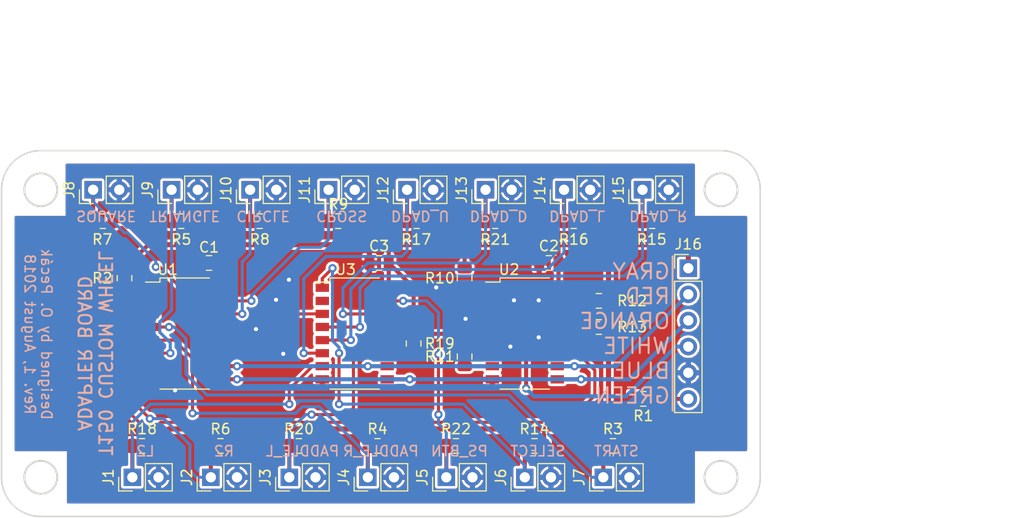
<source format=kicad_pcb>
(kicad_pcb (version 20171130) (host pcbnew "(5.0.0)")
  (layers (0 F.Cu signal) (31 B.Cu signal) (34 B.Paste user) (35 F.Paste user) (36 B.SilkS user) (37 F.SilkS user) (38 B.Mask user) (39 F.Mask user) (44 Edge.Cuts user))
  (net 0 "")
  (net 1 "Net-(R13-Pad1)")
  (net 2 VDD)
  (net 3 R2)
  (net 4 TRIANGLE)
  (net 5 RIGHT_PADDLE)
  (net 6 START)
  (net 7 "Net-(R2-Pad1)")
  (net 8 "Net-(J16-Pad6)")
  (net 9 GND)
  (net 10 SQUARE)
  (net 11 CIRCLE)
  (net 12 CROSS)
  (net 13 "Net-(R10-Pad1)")
  (net 14 "Net-(R11-Pad1)")
  (net 15 "Net-(R12-Pad1)")
  (net 16 SELECT)
  (net 17 DPAD_RIGHT)
  (net 18 DPAD_LEFT)
  (net 19 DPAD_UP)
  (net 20 L2)
  (net 21 "Net-(R19-Pad1)")
  (net 22 LEFT_PADDLE)
  (net 23 DPAD_DOWN)
  (net 24 PS_BUTTON)
  (net 25 "Net-(U3-Pad2)")
  (net 26 "Net-(U1-Pad11)")
  (net 27 D2_LINE)
  (net 28 D1_LINE)
  (net 29 "Net-(U3-Pad12)")
  (net 30 "Net-(U1-Pad12)")
  (net 31 "Net-(U1-Pad3)")
  (net 32 "Net-(U1-Pad2)")
  (net 33 "Net-(U2-Pad2)")
  (net 34 D3_LINE)
  (net 35 "Net-(U2-Pad12)")
  (module Connector_PinHeader_2.54mm:PinHeader_1x06_P2.54mm_Vertical (layer F.Cu) (at 212.725 43.18)
    (fp_text reference J16 (at 0 -2.33) (layer F.SilkS))
    (fp_text value BASE_CON)
    (pad 1 thru_hole rect (at 0 0) (size 1.7 1.7) (drill 1) (layers *.Cu *.Mask) (net 2 VDD))
    (pad 2 thru_hole oval (at 0 2.54) (size 1.7 1.7) (drill 1) (layers *.Cu *.Mask) (net 28 D1_LINE))
    (pad 3 thru_hole oval (at 0 5.08) (size 1.7 1.7) (drill 1) (layers *.Cu *.Mask) (net 27 D2_LINE))
    (pad 4 thru_hole oval (at 0 7.62) (size 1.7 1.7) (drill 1) (layers *.Cu *.Mask) (net 34 D3_LINE))
    (pad 5 thru_hole oval (at 0 10.16) (size 1.7 1.7) (drill 1) (layers *.Cu *.Mask) (net 9 GND))
    (pad 6 thru_hole oval (at 0 12.7) (size 1.7 1.7) (drill 1) (layers *.Cu *.Mask) (net 8 "Net-(J16-Pad6)"))
  )
  (module Resistor_SMD:R_0805_2012Metric (layer F.Cu) (at 209.2175 38.608)
    (fp_text reference R15 (at -0.0485 1.778) (layer F.SilkS))
    (fp_text value 100K)
    (pad 1 smd roundrect (at -0.9375 0) (size 0.975 1.4) (layers F.Cu F.Paste F.Mask) (net 17 DPAD_RIGHT))
    (pad 2 smd roundrect (at 0.9375 0) (size 0.975 1.4) (layers F.Cu F.Paste F.Mask) (net 2 VDD))
  )
  (module Package_SO:SOP-16_4.4x10.4mm_P1.27mm (layer F.Cu) (at 163.83 49.53)
    (fp_text reference U1 (at -1.651 -6.223) (layer F.SilkS))
    (fp_text value HEF4021B)
    (pad 16 smd rect (at 3.15 -4.45) (size 1.3 0.8) (layers F.Cu F.Paste F.Mask) (net 2 VDD))
    (pad 15 smd rect (at 3.15 -3.17) (size 1.3 0.8) (layers F.Cu F.Paste F.Mask) (net 12 CROSS))
    (pad 14 smd rect (at 3.15 -1.91) (size 1.3 0.8) (layers F.Cu F.Paste F.Mask) (net 11 CIRCLE))
    (pad 13 smd rect (at 3.15 -0.64) (size 1.3 0.8) (layers F.Cu F.Paste F.Mask) (net 10 SQUARE))
    (pad 12 smd rect (at 3.15 0.64) (size 1.3 0.8) (layers F.Cu F.Paste F.Mask) (net 30 "Net-(U1-Pad12)"))
    (pad 11 smd rect (at 3.15 1.91) (size 1.3 0.8) (layers F.Cu F.Paste F.Mask) (net 26 "Net-(U1-Pad11)"))
    (pad 10 smd rect (at 3.15 3.17) (size 1.3 0.8) (layers F.Cu F.Paste F.Mask) (net 28 D1_LINE))
    (pad 9 smd rect (at 3.15 4.45) (size 1.3 0.8) (layers F.Cu F.Paste F.Mask) (net 27 D2_LINE))
    (pad 8 smd rect (at -3.15 4.45) (size 1.3 0.8) (layers F.Cu F.Paste F.Mask) (net 9 GND))
    (pad 7 smd rect (at -3.15 3.17) (size 1.3 0.8) (layers F.Cu F.Paste F.Mask) (net 3 R2))
    (pad 6 smd rect (at -3.15 1.91) (size 1.3 0.8) (layers F.Cu F.Paste F.Mask) (net 4 TRIANGLE))
    (pad 5 smd rect (at -3.15 0.64) (size 1.3 0.8) (layers F.Cu F.Paste F.Mask) (net 5 RIGHT_PADDLE))
    (pad 4 smd rect (at -3.15 -0.64) (size 1.3 0.8) (layers F.Cu F.Paste F.Mask) (net 6 START))
    (pad 3 smd rect (at -3.15 -1.91) (size 1.3 0.8) (layers F.Cu F.Paste F.Mask) (net 31 "Net-(U1-Pad3)"))
    (pad 2 smd rect (at -3.15 -3.17) (size 1.3 0.8) (layers F.Cu F.Paste F.Mask) (net 32 "Net-(U1-Pad2)"))
    (pad 1 smd rect (at -3.15 -4.45) (size 1.3 0.8) (layers F.Cu F.Paste F.Mask) (net 7 "Net-(R2-Pad1)"))
  )
  (module Capacitor_SMD:C_0805_2012Metric (layer F.Cu) (at 166.1945 42.672 180)
    (fp_text reference C1 (at 0 1.524 180) (layer F.SilkS))
    (fp_text value 100nF)
    (pad 1 smd roundrect (at -0.9375 0 180) (size 0.975 1.4) (layers F.Cu F.Paste F.Mask) (net 2 VDD))
    (pad 2 smd roundrect (at 0.9375 0 180) (size 0.975 1.4) (layers F.Cu F.Paste F.Mask) (net 9 GND))
  )
  (module Capacitor_SMD:C_0805_2012Metric (layer F.Cu) (at 199.1845 42.672 180)
    (fp_text reference C2 (at 0 1.651 180) (layer F.SilkS))
    (fp_text value 100nF)
    (pad 2 smd roundrect (at 0.9375 0 180) (size 0.975 1.4) (layers F.Cu F.Paste F.Mask) (net 9 GND))
    (pad 1 smd roundrect (at -0.9375 0 180) (size 0.975 1.4) (layers F.Cu F.Paste F.Mask) (net 2 VDD))
  )
  (module Capacitor_SMD:C_0805_2012Metric (layer F.Cu) (at 182.7045 42.672 180)
    (fp_text reference C3 (at 0 1.651 180) (layer F.SilkS))
    (fp_text value 100nF)
    (pad 1 smd roundrect (at -0.9375 0 180) (size 0.975 1.4) (layers F.Cu F.Paste F.Mask) (net 2 VDD))
    (pad 2 smd roundrect (at 0.9375 0 180) (size 0.975 1.4) (layers F.Cu F.Paste F.Mask) (net 9 GND))
  )
  (module Connector_PinHeader_2.54mm:PinHeader_1x02_P2.54mm_Vertical (layer F.Cu) (at 154.94 35.56 90)
    (fp_text reference J8 (at 0 -2.33 90) (layer F.SilkS))
    (fp_text value Conn_01x02)
    (pad 1 thru_hole rect (at 0 0 90) (size 1.7 1.7) (drill 1) (layers *.Cu *.Mask) (net 10 SQUARE))
    (pad 2 thru_hole oval (at 0 2.54 90) (size 1.7 1.7) (drill 1) (layers *.Cu *.Mask) (net 9 GND))
  )
  (module Connector_PinHeader_2.54mm:PinHeader_1x02_P2.54mm_Vertical (layer F.Cu) (at 200.66 35.56 90)
    (fp_text reference J14 (at 0 -2.33 90) (layer F.SilkS))
    (fp_text value Conn_01x02)
    (pad 2 thru_hole oval (at 0 2.54 90) (size 1.7 1.7) (drill 1) (layers *.Cu *.Mask) (net 9 GND))
    (pad 1 thru_hole rect (at 0 0 90) (size 1.7 1.7) (drill 1) (layers *.Cu *.Mask) (net 18 DPAD_LEFT))
  )
  (module Connector_PinHeader_2.54mm:PinHeader_1x02_P2.54mm_Vertical (layer F.Cu) (at 193.04 35.56 90)
    (fp_text reference J13 (at 0 -2.33 90) (layer F.SilkS))
    (fp_text value Conn_01x02)
    (pad 1 thru_hole rect (at 0 0 90) (size 1.7 1.7) (drill 1) (layers *.Cu *.Mask) (net 23 DPAD_DOWN))
    (pad 2 thru_hole oval (at 0 2.54 90) (size 1.7 1.7) (drill 1) (layers *.Cu *.Mask) (net 9 GND))
  )
  (module Connector_PinHeader_2.54mm:PinHeader_1x02_P2.54mm_Vertical (layer F.Cu) (at 185.42 35.56 90)
    (fp_text reference J12 (at 0 -2.33 90) (layer F.SilkS))
    (fp_text value Conn_01x02)
    (pad 2 thru_hole oval (at 0 2.54 90) (size 1.7 1.7) (drill 1) (layers *.Cu *.Mask) (net 9 GND))
    (pad 1 thru_hole rect (at 0 0 90) (size 1.7 1.7) (drill 1) (layers *.Cu *.Mask) (net 19 DPAD_UP))
  )
  (module Connector_PinHeader_2.54mm:PinHeader_1x02_P2.54mm_Vertical (layer F.Cu) (at 177.8 35.56 90)
    (fp_text reference J11 (at 0 -2.33 90) (layer F.SilkS))
    (fp_text value Conn_01x02)
    (pad 1 thru_hole rect (at 0 0 90) (size 1.7 1.7) (drill 1) (layers *.Cu *.Mask) (net 12 CROSS))
    (pad 2 thru_hole oval (at 0 2.54 90) (size 1.7 1.7) (drill 1) (layers *.Cu *.Mask) (net 9 GND))
  )
  (module Connector_PinHeader_2.54mm:PinHeader_1x02_P2.54mm_Vertical (layer F.Cu) (at 170.18 35.56 90)
    (fp_text reference J10 (at 0 -2.33 90) (layer F.SilkS))
    (fp_text value Conn_01x02)
    (pad 2 thru_hole oval (at 0 2.54 90) (size 1.7 1.7) (drill 1) (layers *.Cu *.Mask) (net 9 GND))
    (pad 1 thru_hole rect (at 0 0 90) (size 1.7 1.7) (drill 1) (layers *.Cu *.Mask) (net 11 CIRCLE))
  )
  (module Connector_PinHeader_2.54mm:PinHeader_1x02_P2.54mm_Vertical (layer F.Cu) (at 162.56 35.56 90)
    (fp_text reference J9 (at 0 -2.33 90) (layer F.SilkS))
    (fp_text value Conn_01x02)
    (pad 1 thru_hole rect (at 0 0 90) (size 1.7 1.7) (drill 1) (layers *.Cu *.Mask) (net 4 TRIANGLE))
    (pad 2 thru_hole oval (at 0 2.54 90) (size 1.7 1.7) (drill 1) (layers *.Cu *.Mask) (net 9 GND))
  )
  (module Connector_PinHeader_2.54mm:PinHeader_1x02_P2.54mm_Vertical (layer F.Cu) (at 204.47 63.5 90)
    (fp_text reference J7 (at 0 -2.33 90) (layer F.SilkS))
    (fp_text value Conn_01x02)
    (pad 2 thru_hole oval (at 0 2.54 90) (size 1.7 1.7) (drill 1) (layers *.Cu *.Mask) (net 9 GND))
    (pad 1 thru_hole rect (at 0 0 90) (size 1.7 1.7) (drill 1) (layers *.Cu *.Mask) (net 6 START))
  )
  (module Connector_PinHeader_2.54mm:PinHeader_1x02_P2.54mm_Vertical (layer F.Cu) (at 189.23 63.5 90)
    (fp_text reference J5 (at 0 -2.33 90) (layer F.SilkS))
    (fp_text value Conn_01x02)
    (pad 1 thru_hole rect (at 0 0 90) (size 1.7 1.7) (drill 1) (layers *.Cu *.Mask) (net 24 PS_BUTTON))
    (pad 2 thru_hole oval (at 0 2.54 90) (size 1.7 1.7) (drill 1) (layers *.Cu *.Mask) (net 9 GND))
  )
  (module Connector_PinHeader_2.54mm:PinHeader_1x02_P2.54mm_Vertical (layer F.Cu) (at 181.61 63.5 90)
    (fp_text reference J4 (at 0 -2.33 90) (layer F.SilkS))
    (fp_text value Conn_01x02)
    (pad 2 thru_hole oval (at 0 2.54 90) (size 1.7 1.7) (drill 1) (layers *.Cu *.Mask) (net 9 GND))
    (pad 1 thru_hole rect (at 0 0 90) (size 1.7 1.7) (drill 1) (layers *.Cu *.Mask) (net 5 RIGHT_PADDLE))
  )
  (module Connector_PinHeader_2.54mm:PinHeader_1x02_P2.54mm_Vertical (layer F.Cu) (at 173.99 63.5 90)
    (fp_text reference J3 (at 0 -2.33 90) (layer F.SilkS))
    (fp_text value Conn_01x02)
    (pad 1 thru_hole rect (at 0 0 90) (size 1.7 1.7) (drill 1) (layers *.Cu *.Mask) (net 22 LEFT_PADDLE))
    (pad 2 thru_hole oval (at 0 2.54 90) (size 1.7 1.7) (drill 1) (layers *.Cu *.Mask) (net 9 GND))
  )
  (module Connector_PinHeader_2.54mm:PinHeader_1x02_P2.54mm_Vertical (layer F.Cu) (at 166.37 63.5 90)
    (fp_text reference J2 (at 0 -2.33 90) (layer F.SilkS))
    (fp_text value Conn_01x02)
    (pad 2 thru_hole oval (at 0 2.54 90) (size 1.7 1.7) (drill 1) (layers *.Cu *.Mask) (net 9 GND))
    (pad 1 thru_hole rect (at 0 0 90) (size 1.7 1.7) (drill 1) (layers *.Cu *.Mask) (net 3 R2))
  )
  (module Connector_PinHeader_2.54mm:PinHeader_1x02_P2.54mm_Vertical (layer F.Cu) (at 158.75 63.5 90)
    (fp_text reference J1 (at 0 -2.33 90) (layer F.SilkS))
    (fp_text value Conn_01x02)
    (pad 1 thru_hole rect (at 0 0 90) (size 1.7 1.7) (drill 1) (layers *.Cu *.Mask) (net 20 L2))
    (pad 2 thru_hole oval (at 0 2.54 90) (size 1.7 1.7) (drill 1) (layers *.Cu *.Mask) (net 9 GND))
  )
  (module Connector_PinHeader_2.54mm:PinHeader_1x02_P2.54mm_Vertical (layer F.Cu) (at 208.28 35.56 90)
    (fp_text reference J15 (at 0 -2.33 90) (layer F.SilkS))
    (fp_text value Conn_01x02)
    (pad 2 thru_hole oval (at 0 2.54 90) (size 1.7 1.7) (drill 1) (layers *.Cu *.Mask) (net 9 GND))
    (pad 1 thru_hole rect (at 0 0 90) (size 1.7 1.7) (drill 1) (layers *.Cu *.Mask) (net 17 DPAD_RIGHT))
  )
  (module Connector_PinHeader_2.54mm:PinHeader_1x02_P2.54mm_Vertical (layer F.Cu) (at 196.85 63.5 90)
    (fp_text reference J6 (at 0 -2.33 90) (layer F.SilkS))
    (fp_text value Conn_01x02)
    (pad 1 thru_hole rect (at 0 0 90) (size 1.7 1.7) (drill 1) (layers *.Cu *.Mask) (net 16 SELECT))
    (pad 2 thru_hole oval (at 0 2.54 90) (size 1.7 1.7) (drill 1) (layers *.Cu *.Mask) (net 9 GND))
  )
  (module Package_SO:SOP-16_4.4x10.4mm_P1.27mm (layer F.Cu) (at 196.85 49.53)
    (fp_text reference U2 (at -1.524 -6.223) (layer F.SilkS))
    (fp_text value HEF4021B)
    (pad 1 smd rect (at -3.15 -4.45) (size 1.3 0.8) (layers F.Cu F.Paste F.Mask) (net 13 "Net-(R10-Pad1)"))
    (pad 2 smd rect (at -3.15 -3.17) (size 1.3 0.8) (layers F.Cu F.Paste F.Mask) (net 33 "Net-(U2-Pad2)"))
    (pad 3 smd rect (at -3.15 -1.91) (size 1.3 0.8) (layers F.Cu F.Paste F.Mask) (net 34 D3_LINE))
    (pad 4 smd rect (at -3.15 -0.64) (size 1.3 0.8) (layers F.Cu F.Paste F.Mask) (net 9 GND))
    (pad 5 smd rect (at -3.15 0.64) (size 1.3 0.8) (layers F.Cu F.Paste F.Mask) (net 9 GND))
    (pad 6 smd rect (at -3.15 1.91) (size 1.3 0.8) (layers F.Cu F.Paste F.Mask) (net 9 GND))
    (pad 7 smd rect (at -3.15 3.17) (size 1.3 0.8) (layers F.Cu F.Paste F.Mask) (net 14 "Net-(R11-Pad1)"))
    (pad 8 smd rect (at -3.15 4.45) (size 1.3 0.8) (layers F.Cu F.Paste F.Mask) (net 9 GND))
    (pad 9 smd rect (at 3.15 4.45) (size 1.3 0.8) (layers F.Cu F.Paste F.Mask) (net 27 D2_LINE))
    (pad 10 smd rect (at 3.15 3.17) (size 1.3 0.8) (layers F.Cu F.Paste F.Mask) (net 28 D1_LINE))
    (pad 11 smd rect (at 3.15 1.91) (size 1.3 0.8) (layers F.Cu F.Paste F.Mask) (net 31 "Net-(U1-Pad3)"))
    (pad 12 smd rect (at 3.15 0.64) (size 1.3 0.8) (layers F.Cu F.Paste F.Mask) (net 35 "Net-(U2-Pad12)"))
    (pad 13 smd rect (at 3.15 -0.64) (size 1.3 0.8) (layers F.Cu F.Paste F.Mask) (net 1 "Net-(R13-Pad1)"))
    (pad 14 smd rect (at 3.15 -1.91) (size 1.3 0.8) (layers F.Cu F.Paste F.Mask) (net 9 GND))
    (pad 15 smd rect (at 3.15 -3.17) (size 1.3 0.8) (layers F.Cu F.Paste F.Mask) (net 15 "Net-(R12-Pad1)"))
    (pad 16 smd rect (at 3.15 -4.45) (size 1.3 0.8) (layers F.Cu F.Paste F.Mask) (net 2 VDD))
  )
  (module Package_SO:SOP-16_4.4x10.4mm_P1.27mm (layer F.Cu) (at 180.34 49.53)
    (fp_text reference U3 (at -0.889 -6.223) (layer F.SilkS))
    (fp_text value HEF4021B)
    (pad 1 smd rect (at -3.15 -4.45) (size 1.3 0.8) (layers F.Cu F.Paste F.Mask) (net 16 SELECT))
    (pad 2 smd rect (at -3.15 -3.17) (size 1.3 0.8) (layers F.Cu F.Paste F.Mask) (net 25 "Net-(U3-Pad2)"))
    (pad 3 smd rect (at -3.15 -1.91) (size 1.3 0.8) (layers F.Cu F.Paste F.Mask) (net 26 "Net-(U1-Pad11)"))
    (pad 4 smd rect (at -3.15 -0.64) (size 1.3 0.8) (layers F.Cu F.Paste F.Mask) (net 17 DPAD_RIGHT))
    (pad 5 smd rect (at -3.15 0.64) (size 1.3 0.8) (layers F.Cu F.Paste F.Mask) (net 18 DPAD_LEFT))
    (pad 6 smd rect (at -3.15 1.91) (size 1.3 0.8) (layers F.Cu F.Paste F.Mask) (net 19 DPAD_UP))
    (pad 7 smd rect (at -3.15 3.17) (size 1.3 0.8) (layers F.Cu F.Paste F.Mask) (net 20 L2))
    (pad 8 smd rect (at -3.15 4.45) (size 1.3 0.8) (layers F.Cu F.Paste F.Mask) (net 9 GND))
    (pad 9 smd rect (at 3.15 4.45) (size 1.3 0.8) (layers F.Cu F.Paste F.Mask) (net 27 D2_LINE))
    (pad 10 smd rect (at 3.15 3.17) (size 1.3 0.8) (layers F.Cu F.Paste F.Mask) (net 28 D1_LINE))
    (pad 11 smd rect (at 3.15 1.91) (size 1.3 0.8) (layers F.Cu F.Paste F.Mask) (net 21 "Net-(R19-Pad1)"))
    (pad 12 smd rect (at 3.15 0.64) (size 1.3 0.8) (layers F.Cu F.Paste F.Mask) (net 29 "Net-(U3-Pad12)"))
    (pad 13 smd rect (at 3.15 -0.64) (size 1.3 0.8) (layers F.Cu F.Paste F.Mask) (net 22 LEFT_PADDLE))
    (pad 14 smd rect (at 3.15 -1.91) (size 1.3 0.8) (layers F.Cu F.Paste F.Mask) (net 23 DPAD_DOWN))
    (pad 15 smd rect (at 3.15 -3.17) (size 1.3 0.8) (layers F.Cu F.Paste F.Mask) (net 24 PS_BUTTON))
    (pad 16 smd rect (at 3.15 -4.45) (size 1.3 0.8) (layers F.Cu F.Paste F.Mask) (net 2 VDD))
  )
  (module Resistor_SMD:R_0805_2012Metric (layer F.Cu) (at 190.1675 60.452)
    (fp_text reference R22 (at 0 -1.65) (layer F.SilkS))
    (fp_text value 100K)
    (pad 2 smd roundrect (at 0.9375 0) (size 0.975 1.4) (layers F.Cu F.Paste F.Mask) (net 2 VDD))
    (pad 1 smd roundrect (at -0.9375 0) (size 0.975 1.4) (layers F.Cu F.Paste F.Mask) (net 24 PS_BUTTON))
  )
  (module Resistor_SMD:R_0805_2012Metric (layer F.Cu) (at 193.9775 38.608)
    (fp_text reference R21 (at 0 1.778) (layer F.SilkS))
    (fp_text value 100K)
    (pad 1 smd roundrect (at -0.9375 0) (size 0.975 1.4) (layers F.Cu F.Paste F.Mask) (net 23 DPAD_DOWN))
    (pad 2 smd roundrect (at 0.9375 0) (size 0.975 1.4) (layers F.Cu F.Paste F.Mask) (net 2 VDD))
  )
  (module Resistor_SMD:R_0805_2012Metric (layer F.Cu) (at 174.9275 60.452)
    (fp_text reference R20 (at 0 -1.65) (layer F.SilkS))
    (fp_text value 100K)
    (pad 2 smd roundrect (at 0.9375 0) (size 0.975 1.4) (layers F.Cu F.Paste F.Mask) (net 2 VDD))
    (pad 1 smd roundrect (at -0.9375 0) (size 0.975 1.4) (layers F.Cu F.Paste F.Mask) (net 22 LEFT_PADDLE))
  )
  (module Resistor_SMD:R_0805_2012Metric (layer F.Cu) (at 186.055 50.4975 90)
    (fp_text reference R19 (at 0 2.54 180) (layer F.SilkS))
    (fp_text value 100K)
    (pad 1 smd roundrect (at -0.9375 0 90) (size 0.975 1.4) (layers F.Cu F.Paste F.Mask) (net 21 "Net-(R19-Pad1)"))
    (pad 2 smd roundrect (at 0.9375 0 90) (size 0.975 1.4) (layers F.Cu F.Paste F.Mask) (net 2 VDD))
  )
  (module Resistor_SMD:R_0805_2012Metric (layer F.Cu) (at 159.6875 60.452)
    (fp_text reference R18 (at 0 -1.65) (layer F.SilkS))
    (fp_text value 100K)
    (pad 2 smd roundrect (at 0.9375 0) (size 0.975 1.4) (layers F.Cu F.Paste F.Mask) (net 2 VDD))
    (pad 1 smd roundrect (at -0.9375 0) (size 0.975 1.4) (layers F.Cu F.Paste F.Mask) (net 20 L2))
  )
  (module Resistor_SMD:R_0805_2012Metric (layer F.Cu) (at 186.3575 38.608)
    (fp_text reference R17 (at -0.0485 1.778) (layer F.SilkS))
    (fp_text value 100K)
    (pad 1 smd roundrect (at -0.9375 0) (size 0.975 1.4) (layers F.Cu F.Paste F.Mask) (net 19 DPAD_UP))
    (pad 2 smd roundrect (at 0.9375 0) (size 0.975 1.4) (layers F.Cu F.Paste F.Mask) (net 2 VDD))
  )
  (module Resistor_SMD:R_0805_2012Metric (layer F.Cu) (at 201.5975 38.608)
    (fp_text reference R16 (at 0 1.778) (layer F.SilkS))
    (fp_text value 100K)
    (pad 2 smd roundrect (at 0.9375 0) (size 0.975 1.4) (layers F.Cu F.Paste F.Mask) (net 2 VDD))
    (pad 1 smd roundrect (at -0.9375 0) (size 0.975 1.4) (layers F.Cu F.Paste F.Mask) (net 18 DPAD_LEFT))
  )
  (module Resistor_SMD:R_0805_2012Metric (layer F.Cu) (at 197.7875 60.452)
    (fp_text reference R14 (at 0 -1.65) (layer F.SilkS))
    (fp_text value 100K)
    (pad 2 smd roundrect (at 0.9375 0) (size 0.975 1.4) (layers F.Cu F.Paste F.Mask) (net 2 VDD))
    (pad 1 smd roundrect (at -0.9375 0) (size 0.975 1.4) (layers F.Cu F.Paste F.Mask) (net 16 SELECT))
  )
  (module Resistor_SMD:R_0805_2012Metric (layer F.Cu) (at 204.0405 46.355)
    (fp_text reference R12 (at 3.2235 0) (layer F.SilkS))
    (fp_text value 100K)
    (pad 1 smd roundrect (at -0.9375 0) (size 0.975 1.4) (layers F.Cu F.Paste F.Mask) (net 15 "Net-(R12-Pad1)"))
    (pad 2 smd roundrect (at 0.9375 0) (size 0.975 1.4) (layers F.Cu F.Paste F.Mask) (net 2 VDD))
  )
  (module Resistor_SMD:R_0805_2012Metric (layer F.Cu) (at 191.008 51.7675 90)
    (fp_text reference R11 (at 0 -2.413 180) (layer F.SilkS))
    (fp_text value 100K)
    (pad 2 smd roundrect (at 0.9375 0 90) (size 0.975 1.4) (layers F.Cu F.Paste F.Mask) (net 2 VDD))
    (pad 1 smd roundrect (at -0.9375 0 90) (size 0.975 1.4) (layers F.Cu F.Paste F.Mask) (net 14 "Net-(R11-Pad1)"))
  )
  (module Resistor_SMD:R_0805_2012Metric (layer F.Cu) (at 191.008 44.1475 90)
    (fp_text reference R10 (at 0 -2.413 180) (layer F.SilkS))
    (fp_text value 100K)
    (pad 1 smd roundrect (at -0.9375 0 90) (size 0.975 1.4) (layers F.Cu F.Paste F.Mask) (net 13 "Net-(R10-Pad1)"))
    (pad 2 smd roundrect (at 0.9375 0 90) (size 0.975 1.4) (layers F.Cu F.Paste F.Mask) (net 2 VDD))
  )
  (module Resistor_SMD:R_0805_2012Metric (layer F.Cu) (at 178.7375 38.608)
    (fp_text reference R9 (at 0 -1.65) (layer F.SilkS))
    (fp_text value 100K)
    (pad 2 smd roundrect (at 0.9375 0) (size 0.975 1.4) (layers F.Cu F.Paste F.Mask) (net 2 VDD))
    (pad 1 smd roundrect (at -0.9375 0) (size 0.975 1.4) (layers F.Cu F.Paste F.Mask) (net 12 CROSS))
  )
  (module Resistor_SMD:R_0805_2012Metric (layer F.Cu) (at 171.1175 38.608)
    (fp_text reference R8 (at 0 1.778) (layer F.SilkS))
    (fp_text value 100K)
    (pad 1 smd roundrect (at -0.9375 0) (size 0.975 1.4) (layers F.Cu F.Paste F.Mask) (net 11 CIRCLE))
    (pad 2 smd roundrect (at 0.9375 0) (size 0.975 1.4) (layers F.Cu F.Paste F.Mask) (net 2 VDD))
  )
  (module Resistor_SMD:R_0805_2012Metric (layer F.Cu) (at 155.8775 38.608)
    (fp_text reference R7 (at -0.0485 1.778) (layer F.SilkS))
    (fp_text value 100K)
    (pad 2 smd roundrect (at 0.9375 0) (size 0.975 1.4) (layers F.Cu F.Paste F.Mask) (net 2 VDD))
    (pad 1 smd roundrect (at -0.9375 0) (size 0.975 1.4) (layers F.Cu F.Paste F.Mask) (net 10 SQUARE))
  )
  (module Resistor_SMD:R_0805_2012Metric (layer F.Cu) (at 208.3585 55.88 180)
    (fp_text reference R1 (at 0 -1.65 180) (layer F.SilkS))
    (fp_text value 100K)
    (pad 1 smd roundrect (at -0.9375 0 180) (size 0.975 1.4) (layers F.Cu F.Paste F.Mask) (net 8 "Net-(J16-Pad6)"))
    (pad 2 smd roundrect (at 0.9375 0 180) (size 0.975 1.4) (layers F.Cu F.Paste F.Mask) (net 9 GND))
  )
  (module Resistor_SMD:R_0805_2012Metric (layer F.Cu) (at 157.988 44.1475 90)
    (fp_text reference R2 (at 0 -2.159 180) (layer F.SilkS))
    (fp_text value 100K)
    (pad 2 smd roundrect (at 0.9375 0 90) (size 0.975 1.4) (layers F.Cu F.Paste F.Mask) (net 2 VDD))
    (pad 1 smd roundrect (at -0.9375 0 90) (size 0.975 1.4) (layers F.Cu F.Paste F.Mask) (net 7 "Net-(R2-Pad1)"))
  )
  (module Resistor_SMD:R_0805_2012Metric (layer F.Cu) (at 205.4075 60.452)
    (fp_text reference R3 (at 0 -1.65) (layer F.SilkS))
    (fp_text value 100K)
    (pad 1 smd roundrect (at -0.9375 0) (size 0.975 1.4) (layers F.Cu F.Paste F.Mask) (net 6 START))
    (pad 2 smd roundrect (at 0.9375 0) (size 0.975 1.4) (layers F.Cu F.Paste F.Mask) (net 2 VDD))
  )
  (module Resistor_SMD:R_0805_2012Metric (layer F.Cu) (at 182.5475 60.452)
    (fp_text reference R4 (at 0 -1.65) (layer F.SilkS))
    (fp_text value 100K)
    (pad 2 smd roundrect (at 0.9375 0) (size 0.975 1.4) (layers F.Cu F.Paste F.Mask) (net 2 VDD))
    (pad 1 smd roundrect (at -0.9375 0) (size 0.975 1.4) (layers F.Cu F.Paste F.Mask) (net 5 RIGHT_PADDLE))
  )
  (module Resistor_SMD:R_0805_2012Metric (layer F.Cu) (at 163.4975 38.608)
    (fp_text reference R5 (at 0 1.778) (layer F.SilkS))
    (fp_text value 100K)
    (pad 1 smd roundrect (at -0.9375 0) (size 0.975 1.4) (layers F.Cu F.Paste F.Mask) (net 4 TRIANGLE))
    (pad 2 smd roundrect (at 0.9375 0) (size 0.975 1.4) (layers F.Cu F.Paste F.Mask) (net 2 VDD))
  )
  (module Resistor_SMD:R_0805_2012Metric (layer F.Cu) (at 167.3075 60.452)
    (fp_text reference R6 (at 0 -1.65) (layer F.SilkS))
    (fp_text value 100K)
    (pad 2 smd roundrect (at 0.9375 0) (size 0.975 1.4) (layers F.Cu F.Paste F.Mask) (net 2 VDD))
    (pad 1 smd roundrect (at -0.9375 0) (size 0.975 1.4) (layers F.Cu F.Paste F.Mask) (net 3 R2))
  )
  (module Resistor_SMD:R_0805_2012Metric (layer F.Cu) (at 204.0405 48.895)
    (fp_text reference R13 (at 3.2235 0) (layer F.SilkS))
    (fp_text value 100K)
    (pad 1 smd roundrect (at -0.9375 0) (size 0.975 1.4) (layers F.Cu F.Paste F.Mask) (net 1 "Net-(R13-Pad1)"))
    (pad 2 smd roundrect (at 0.9375 0) (size 0.975 1.4) (layers F.Cu F.Paste F.Mask) (net 2 VDD))
  )
  (gr_text "T150 CUSTOM WHEEL\nADAPTER BOARD" (at 155.1 51.45 270) (layer B.SilkS) (effects (font (size 1.25 1.25) (thickness 0.2)) (justify mirror)))
  (gr_text "Designed by O. Pecák\nRev. 1, August 2018" (at 149.6 49.6 270) (layer B.SilkS) (effects (font (size 1 1)) (justify mirror)))
  (gr_text L2 (at 160.02 60.96) (layer B.SilkS) (effects (font (size 1 1)) (justify mirror)))
  (gr_text PADDLE_R (at 182.88 60.96) (layer B.SilkS) (effects (font (size 1 1)) (justify mirror)))
  (gr_text SELECT (at 198.12 60.96) (layer B.SilkS) (effects (font (size 1 1)) (justify mirror)))
  (gr_text R2 (at 167.64 60.96) (layer B.SilkS) (effects (font (size 1 1)) (justify mirror)))
  (gr_text PADDLE_L (at 175.26 60.96) (layer B.SilkS) (effects (font (size 1 1)) (justify mirror)))
  (gr_text PS_BTN (at 190.5 60.96) (layer B.SilkS) (effects (font (size 1 1)) (justify mirror)))
  (gr_text START (at 205.74 60.96) (layer B.SilkS) (effects (font (size 1 1)) (justify mirror)))
  (gr_text DPAD_R (at 209.804 38.1 180) (layer B.SilkS) (effects (font (size 1 1)) (justify mirror)))
  (gr_text DPAD_L (at 201.93 38.1 180) (layer B.SilkS) (effects (font (size 1 1)) (justify mirror)))
  (gr_text DPAD_D (at 194.31 38.1 180) (layer B.SilkS) (effects (font (size 1 1)) (justify mirror)))
  (gr_text DPAD_U (at 186.69 38.1 180) (layer B.SilkS) (effects (font (size 1 1)) (justify mirror)))
  (gr_text CROSS (at 179.07 38.1 180) (layer B.SilkS) (effects (font (size 1 1)) (justify mirror)))
  (gr_text CIRCLE (at 171.45 38.1 180) (layer B.SilkS) (effects (font (size 1 1)) (justify mirror)))
  (gr_text TRIANGLE (at 163.83 38.1 180) (layer B.SilkS) (effects (font (size 1 1)) (justify mirror)))
  (gr_text SQUARE (at 156.21 38.1 180) (layer B.SilkS) (effects (font (size 1 1)) (justify mirror)))
  (gr_line (start 211.201 42.037) (end 211.201 57.023) (layer B.SilkS) (width 0.2))
  (gr_text "GRAY\nRED\nORANGE\nWHITE\nBLUE\nGREEN" (at 211.074 49.53) (layer B.SilkS) (effects (font (size 1.5 1.5) (thickness 0.2)) (justify left mirror)))
  (gr_line (start 149.86 31.75) (end 215.9 31.75) (layer Edge.Cuts) (width 0.15))
  (gr_line (start 146.05 63.5) (end 146.05 35.56) (layer Edge.Cuts) (width 0.15))
  (gr_line (start 215.9 67.31) (end 149.86 67.31) (layer Edge.Cuts) (width 0.15))
  (gr_line (start 219.71 35.56) (end 219.71 63.5) (layer Edge.Cuts) (width 0.15))
  (gr_arc (start 215.9 63.5) (end 215.9 67.31) (angle -90) (layer Edge.Cuts) (width 0.15))
  (gr_arc (start 149.86 63.5) (end 146.05 63.5) (angle -90) (layer Edge.Cuts) (width 0.15))
  (gr_arc (start 149.86 35.56) (end 149.86 31.75) (angle -90) (layer Edge.Cuts) (width 0.15))
  (gr_arc (start 215.9 35.56) (end 219.71 35.56) (angle -90) (layer Edge.Cuts) (width 0.15))
  (gr_circle (center 149.86 35.56) (end 151.46 35.56) (layer Edge.Cuts) (width 0.2))
  (gr_circle (center 149.86 63.5) (end 151.46 63.5) (layer Edge.Cuts) (width 0.2))
  (gr_circle (center 215.9 63.5) (end 217.5 63.5) (layer Edge.Cuts) (width 0.2))
  (gr_circle (center 215.9 35.56) (end 217.5 35.56) (layer Edge.Cuts) (width 0.2))
  (segment (start 200.005 48.895) (end 200 48.89) (width 0.4) (layer F.Cu) (net 1))
  (segment (start 203.103 48.895) (end 200.005 48.895) (width 0.4) (layer F.Cu) (net 1))
  (segment (start 160.304 40.894) (end 157.988 43.21) (width 0.4) (layer F.Cu) (net 2))
  (segment (start 212.725 43.18) (end 212.725 41.529) (width 0.5) (layer F.Cu) (net 2))
  (segment (start 212.725 41.529) (end 212.09 40.894) (width 0.5) (layer F.Cu) (net 2))
  (segment (start 157.988 38.608) (end 156.815 38.608) (width 0.4) (layer F.Cu) (net 2))
  (segment (start 160.304 40.894) (end 160.274 40.894) (width 0.4) (layer F.Cu) (net 2))
  (segment (start 160.274 40.894) (end 157.988 38.608) (width 0.4) (layer F.Cu) (net 2))
  (segment (start 164.465 39.438) (end 164.465 40.894) (width 0.4) (layer F.Cu) (net 2))
  (segment (start 164.435 39.408) (end 164.465 39.438) (width 0.4) (layer F.Cu) (net 2))
  (segment (start 164.435 38.608) (end 164.435 39.408) (width 0.4) (layer F.Cu) (net 2))
  (segment (start 164.465 40.894) (end 160.304 40.894) (width 0.5) (layer F.Cu) (net 2))
  (segment (start 167.132 41.872) (end 167.132 40.894) (width 0.4) (layer F.Cu) (net 2))
  (segment (start 167.132 42.672) (end 167.132 41.872) (width 0.4) (layer F.Cu) (net 2))
  (segment (start 167.132 40.894) (end 164.465 40.894) (width 0.5) (layer F.Cu) (net 2))
  (segment (start 172.055 40.864) (end 172.085 40.894) (width 0.4) (layer F.Cu) (net 2))
  (segment (start 172.055 38.608) (end 172.055 40.864) (width 0.4) (layer F.Cu) (net 2))
  (segment (start 172.085 40.894) (end 167.132 40.894) (width 0.5) (layer F.Cu) (net 2))
  (segment (start 179.705 39.438) (end 179.705 40.894) (width 0.4) (layer F.Cu) (net 2))
  (segment (start 179.675 39.408) (end 179.705 39.438) (width 0.4) (layer F.Cu) (net 2))
  (segment (start 179.675 38.608) (end 179.675 39.408) (width 0.4) (layer F.Cu) (net 2))
  (segment (start 179.705 40.894) (end 172.085 40.894) (width 0.5) (layer F.Cu) (net 2))
  (segment (start 183.642 42.672) (end 183.642 40.894) (width 0.4) (layer F.Cu) (net 2))
  (segment (start 183.642 40.894) (end 179.705 40.894) (width 0.5) (layer F.Cu) (net 2))
  (segment (start 187.295 40.864) (end 187.325 40.894) (width 0.4) (layer F.Cu) (net 2))
  (segment (start 187.295 38.608) (end 187.295 40.864) (width 0.4) (layer F.Cu) (net 2))
  (segment (start 187.325 40.894) (end 183.642 40.894) (width 0.5) (layer F.Cu) (net 2))
  (segment (start 191.008 42.6225) (end 191.008 40.894) (width 0.4) (layer F.Cu) (net 2))
  (segment (start 191.008 43.21) (end 191.008 42.6225) (width 0.4) (layer F.Cu) (net 2))
  (segment (start 191.008 40.894) (end 187.325 40.894) (width 0.5) (layer F.Cu) (net 2))
  (segment (start 194.945 39.438) (end 194.945 40.894) (width 0.4) (layer F.Cu) (net 2))
  (segment (start 194.915 39.408) (end 194.945 39.438) (width 0.4) (layer F.Cu) (net 2))
  (segment (start 194.915 38.608) (end 194.915 39.408) (width 0.4) (layer F.Cu) (net 2))
  (segment (start 194.945 40.894) (end 191.008 40.894) (width 0.5) (layer F.Cu) (net 2))
  (segment (start 200.122 40.924) (end 200.152 40.894) (width 0.4) (layer F.Cu) (net 2))
  (segment (start 200.122 42.672) (end 200.122 40.924) (width 0.4) (layer F.Cu) (net 2))
  (segment (start 200.152 40.894) (end 194.945 40.894) (width 0.5) (layer F.Cu) (net 2))
  (segment (start 202.535 38.608) (end 202.535 40.864) (width 0.4) (layer F.Cu) (net 2))
  (segment (start 202.535 40.864) (end 202.565 40.894) (width 0.4) (layer F.Cu) (net 2))
  (segment (start 202.565 40.894) (end 200.152 40.894) (width 0.5) (layer F.Cu) (net 2))
  (segment (start 210.155 40.737) (end 210.312 40.894) (width 0.4) (layer F.Cu) (net 2))
  (segment (start 210.155 38.608) (end 210.155 40.737) (width 0.4) (layer F.Cu) (net 2))
  (segment (start 212.09 40.894) (end 210.312 40.894) (width 0.5) (layer F.Cu) (net 2))
  (segment (start 204.978 40.894) (end 204.978 46.355) (width 0.5) (layer F.Cu) (net 2))
  (segment (start 204.978 40.894) (end 202.565 40.894) (width 0.5) (layer F.Cu) (net 2))
  (segment (start 210.312 40.894) (end 204.978 40.894) (width 0.5) (layer F.Cu) (net 2))
  (segment (start 204.978 46.355) (end 204.978 48.895) (width 0.5) (layer F.Cu) (net 2))
  (segment (start 162.276 58.801) (end 160.625 60.452) (width 0.4) (layer F.Cu) (net 2))
  (segment (start 204.978 48.895) (end 204.978 57.658) (width 0.5) (layer F.Cu) (net 2))
  (segment (start 168.275 59.622) (end 168.275 58.801) (width 0.4) (layer F.Cu) (net 2))
  (segment (start 168.245 59.652) (end 168.275 59.622) (width 0.4) (layer F.Cu) (net 2))
  (segment (start 168.245 60.452) (end 168.245 59.652) (width 0.4) (layer F.Cu) (net 2))
  (segment (start 168.275 58.801) (end 162.276 58.801) (width 0.5) (layer F.Cu) (net 2))
  (segment (start 175.865 58.958) (end 176.022 58.801) (width 0.4) (layer F.Cu) (net 2))
  (segment (start 175.865 60.452) (end 175.865 58.958) (width 0.4) (layer F.Cu) (net 2))
  (segment (start 176.022 58.801) (end 168.275 58.801) (width 0.5) (layer F.Cu) (net 2))
  (segment (start 183.485 60.452) (end 183.485 59.652) (width 0.4) (layer F.Cu) (net 2))
  (segment (start 183.515 59.622) (end 183.515 58.801) (width 0.4) (layer F.Cu) (net 2))
  (segment (start 183.485 59.652) (end 183.515 59.622) (width 0.4) (layer F.Cu) (net 2))
  (segment (start 183.515 58.801) (end 176.022 58.801) (width 0.5) (layer F.Cu) (net 2))
  (segment (start 191.135 59.622) (end 191.135 58.801) (width 0.4) (layer F.Cu) (net 2))
  (segment (start 191.105 59.652) (end 191.135 59.622) (width 0.4) (layer F.Cu) (net 2))
  (segment (start 191.105 60.452) (end 191.105 59.652) (width 0.4) (layer F.Cu) (net 2))
  (segment (start 191.135 58.801) (end 183.515 58.801) (width 0.5) (layer F.Cu) (net 2))
  (segment (start 198.725 58.831) (end 198.755 58.801) (width 0.4) (layer F.Cu) (net 2))
  (segment (start 198.725 60.452) (end 198.725 58.831) (width 0.4) (layer F.Cu) (net 2))
  (segment (start 203.835 58.801) (end 198.755 58.801) (width 0.5) (layer F.Cu) (net 2))
  (segment (start 198.755 58.801) (end 191.135 58.801) (width 0.5) (layer F.Cu) (net 2))
  (segment (start 206.345 59.652) (end 204.732 58.039) (width 0.4) (layer F.Cu) (net 2))
  (segment (start 204.732 58.039) (end 204.597 58.039) (width 0.5) (layer F.Cu) (net 2))
  (segment (start 206.345 60.452) (end 206.345 59.652) (width 0.4) (layer F.Cu) (net 2))
  (segment (start 204.978 57.658) (end 204.597 58.039) (width 0.5) (layer F.Cu) (net 2))
  (segment (start 204.597 58.039) (end 203.835 58.801) (width 0.5) (layer F.Cu) (net 2))
  (segment (start 183.642 44.928) (end 183.49 45.08) (width 0.4) (layer F.Cu) (net 2))
  (segment (start 183.642 42.672) (end 183.642 44.928) (width 0.4) (layer F.Cu) (net 2))
  (segment (start 167.132 44.928) (end 166.98 45.08) (width 0.4) (layer F.Cu) (net 2))
  (segment (start 167.132 42.672) (end 167.132 44.928) (width 0.4) (layer F.Cu) (net 2))
  (segment (start 200.122 44.958) (end 200 45.08) (width 0.4) (layer F.Cu) (net 2))
  (segment (start 200.122 42.672) (end 200.122 44.958) (width 0.4) (layer F.Cu) (net 2))
  (segment (start 191.008 50.83) (end 189.738 49.56) (width 0.4) (layer F.Cu) (net 2))
  (segment (start 189.738 49.56) (end 186.055 49.56) (width 0.4) (layer F.Cu) (net 2))
  (segment (start 186.055 45.085) (end 183.642 42.672) (width 0.4) (layer F.Cu) (net 2))
  (segment (start 186.055 49.56) (end 186.055 45.085) (width 0.4) (layer F.Cu) (net 2))
  (segment (start 166.37 60.452) (end 166.37 63.5) (width 0.4) (layer F.Cu) (net 3))
  (segment (start 164.338 60.325) (end 164.338 62.865) (width 0.3) (layer B.Cu) (net 3))
  (segment (start 164.973 63.5) (end 166.37 63.5) (width 0.3) (layer B.Cu) (net 3))
  (segment (start 164.338 62.865) (end 164.973 63.5) (width 0.3) (layer B.Cu) (net 3))
  (segment (start 164.338 60.325) (end 164.325 60.325) (width 0.3) (layer B.Cu) (net 3))
  (via (at 160.45 57.8) (size 0.8) (drill 0.4) (layers F.Cu B.Cu) (net 3))
  (segment (start 164.325 60.325) (end 161.8 57.8) (width 0.3) (layer B.Cu) (net 3))
  (segment (start 161.8 57.8) (end 160.45 57.8) (width 0.3) (layer B.Cu) (net 3))
  (segment (start 159.263 52.7) (end 160.68 52.7) (width 0.3) (layer F.Cu) (net 3))
  (segment (start 158.496 53.467) (end 159.263 52.7) (width 0.3) (layer F.Cu) (net 3))
  (segment (start 160.45 57.8) (end 158.496 55.846) (width 0.3) (layer F.Cu) (net 3))
  (segment (start 158.496 55.846) (end 158.496 53.467) (width 0.3) (layer F.Cu) (net 3))
  (segment (start 162.56 35.56) (end 162.56 38.608) (width 0.4) (layer F.Cu) (net 4))
  (segment (start 162.56 35.56) (end 162.56 42.926) (width 0.3) (layer B.Cu) (net 4))
  (segment (start 162.56 42.926) (end 162.56 47.244) (width 0.3) (layer B.Cu) (net 4))
  (segment (start 162.56 47.244) (end 161.417 48.387) (width 0.3) (layer B.Cu) (net 4))
  (segment (start 161.417 48.387) (end 161.417 49.403) (width 0.3) (layer B.Cu) (net 4))
  (via (at 162.433 51.435) (size 0.8) (drill 0.4) (layers F.Cu B.Cu) (net 4))
  (segment (start 161.417 49.403) (end 162.433 50.419) (width 0.3) (layer B.Cu) (net 4))
  (segment (start 162.433 50.419) (end 162.433 51.435) (width 0.3) (layer B.Cu) (net 4))
  (segment (start 160.685 51.435) (end 160.68 51.44) (width 0.3) (layer F.Cu) (net 4))
  (segment (start 162.433 51.435) (end 160.685 51.435) (width 0.3) (layer F.Cu) (net 4))
  (segment (start 181.61 60.452) (end 181.61 63.5) (width 0.4) (layer F.Cu) (net 5))
  (segment (start 162.278002 50.17) (end 162.283002 50.165) (width 0.3) (layer F.Cu) (net 5))
  (segment (start 160.68 50.17) (end 162.278002 50.17) (width 0.3) (layer F.Cu) (net 5))
  (segment (start 162.283002 50.165) (end 162.814 50.165) (width 0.3) (layer F.Cu) (net 5))
  (via (at 164.592 57.277) (size 0.8) (drill 0.4) (layers F.Cu B.Cu) (net 5))
  (segment (start 162.814 50.165) (end 164.592 51.943) (width 0.3) (layer F.Cu) (net 5))
  (segment (start 164.592 51.943) (end 164.592 57.277) (width 0.3) (layer F.Cu) (net 5))
  (segment (start 164.592 57.277) (end 174.625 57.277) (width 0.3) (layer B.Cu) (net 5))
  (segment (start 174.625 57.277) (end 175.26 56.642) (width 0.3) (layer B.Cu) (net 5))
  (segment (start 175.26 56.642) (end 176.911 56.642) (width 0.3) (layer B.Cu) (net 5))
  (segment (start 181.61 61.341) (end 181.61 63.5) (width 0.3) (layer B.Cu) (net 5))
  (segment (start 176.911 56.642) (end 181.61 61.341) (width 0.3) (layer B.Cu) (net 5))
  (segment (start 204.47 63.5) (end 204.47 60.452) (width 0.4) (layer F.Cu) (net 6))
  (segment (start 203.32 63.5) (end 195.319 55.499) (width 0.3) (layer B.Cu) (net 6))
  (segment (start 204.47 63.5) (end 203.32 63.5) (width 0.3) (layer B.Cu) (net 6))
  (segment (start 165.989 55.499) (end 164.973 54.483) (width 0.3) (layer B.Cu) (net 6))
  (segment (start 195.319 55.499) (end 165.989 55.499) (width 0.3) (layer B.Cu) (net 6))
  (segment (start 164.973 54.483) (end 163.957 53.467) (width 0.3) (layer B.Cu) (net 6))
  (segment (start 163.957 53.467) (end 163.957 50.038) (width 0.3) (layer B.Cu) (net 6))
  (via (at 162.306 48.895) (size 0.8) (drill 0.4) (layers F.Cu B.Cu) (net 6))
  (segment (start 163.957 50.038) (end 162.814 48.895) (width 0.3) (layer B.Cu) (net 6))
  (segment (start 162.814 48.895) (end 162.306 48.895) (width 0.3) (layer B.Cu) (net 6))
  (segment (start 160.685 48.895) (end 160.68 48.89) (width 0.3) (layer F.Cu) (net 6))
  (segment (start 162.306 48.895) (end 160.685 48.895) (width 0.3) (layer F.Cu) (net 6))
  (segment (start 160.675 45.085) (end 160.68 45.08) (width 0.4) (layer F.Cu) (net 7))
  (segment (start 157.988 45.085) (end 160.675 45.085) (width 0.4) (layer F.Cu) (net 7))
  (segment (start 212.725 55.88) (end 209.296 55.88) (width 0.4) (layer F.Cu) (net 8))
  (via (at 198.2 49.9) (size 0.8) (drill 0.4) (layers F.Cu B.Cu) (net 9))
  (via (at 198.2 46.3) (size 0.8) (drill 0.4) (layers F.Cu B.Cu) (net 9))
  (via (at 195.8 46.3) (size 0.8) (drill 0.4) (layers F.Cu B.Cu) (net 9))
  (via (at 195.45 50.8) (size 0.8) (drill 0.4) (layers F.Cu B.Cu) (net 9))
  (via (at 191.1 48.1) (size 0.8) (drill 0.4) (layers F.Cu B.Cu) (net 9))
  (via (at 188.25 45.05) (size 0.8) (drill 0.4) (layers F.Cu B.Cu) (net 9))
  (via (at 173.95 44.3) (size 0.8) (drill 0.4) (layers F.Cu B.Cu) (net 9))
  (via (at 172.7 46.25) (size 0.8) (drill 0.4) (layers F.Cu B.Cu) (net 9))
  (via (at 170.75 49.1) (size 0.8) (drill 0.4) (layers F.Cu B.Cu) (net 9))
  (via (at 162.9 55.05) (size 0.8) (drill 0.4) (layers F.Cu B.Cu) (net 9))
  (via (at 173.4 51.5) (size 0.8) (drill 0.4) (layers F.Cu B.Cu) (net 9))
  (segment (start 154.94 35.56) (end 154.94 38.608) (width 0.4) (layer F.Cu) (net 10))
  (segment (start 154.94 36.71) (end 157.981 39.751) (width 0.3) (layer B.Cu) (net 10))
  (segment (start 154.94 35.56) (end 154.94 36.71) (width 0.3) (layer B.Cu) (net 10))
  (segment (start 166.03 48.89) (end 164.592 47.452) (width 0.3) (layer F.Cu) (net 10))
  (segment (start 166.98 48.89) (end 166.03 48.89) (width 0.3) (layer F.Cu) (net 10))
  (segment (start 164.592 47.452) (end 164.592 46.228) (width 0.3) (layer F.Cu) (net 10))
  (via (at 161.036 43.053) (size 0.8) (drill 0.4) (layers F.Cu B.Cu) (net 10))
  (segment (start 164.592 46.228) (end 161.417 43.053) (width 0.3) (layer F.Cu) (net 10))
  (segment (start 161.417 43.053) (end 161.036 43.053) (width 0.3) (layer F.Cu) (net 10))
  (segment (start 158.299685 39.751) (end 157.981 39.751) (width 0.3) (layer B.Cu) (net 10))
  (segment (start 161.036 42.487315) (end 158.299685 39.751) (width 0.3) (layer B.Cu) (net 10))
  (segment (start 161.036 43.053) (end 161.036 42.487315) (width 0.3) (layer B.Cu) (net 10))
  (segment (start 170.18 35.56) (end 170.18 38.608) (width 0.4) (layer F.Cu) (net 11))
  (segment (start 170.18 35.56) (end 170.18 36.71) (width 0.3) (layer B.Cu) (net 11))
  (segment (start 170.18 36.71) (end 170.18 41.783) (width 0.3) (layer B.Cu) (net 11))
  (via (at 169.418 47.625) (size 0.8) (drill 0.4) (layers F.Cu B.Cu) (net 11))
  (segment (start 169.418 42.545) (end 169.418 47.625) (width 0.3) (layer B.Cu) (net 11))
  (segment (start 170.18 41.783) (end 169.418 42.545) (width 0.3) (layer B.Cu) (net 11))
  (segment (start 166.985 47.625) (end 166.98 47.62) (width 0.3) (layer F.Cu) (net 11))
  (segment (start 169.418 47.625) (end 166.985 47.625) (width 0.3) (layer F.Cu) (net 11))
  (segment (start 177.8 35.56) (end 177.8 38.608) (width 0.4) (layer F.Cu) (net 12))
  (segment (start 177.8 35.56) (end 177.8 36.71) (width 0.3) (layer B.Cu) (net 12))
  (via (at 170.307 46.355) (size 0.8) (drill 0.4) (layers F.Cu B.Cu) (net 12))
  (segment (start 166.985 46.355) (end 166.98 46.36) (width 0.3) (layer F.Cu) (net 12))
  (segment (start 170.307 46.355) (end 166.985 46.355) (width 0.3) (layer F.Cu) (net 12))
  (segment (start 177.038 41.148) (end 177.8 40.386) (width 0.3) (layer B.Cu) (net 12))
  (segment (start 175.006 41.148) (end 177.038 41.148) (width 0.3) (layer B.Cu) (net 12))
  (segment (start 170.307 45.847) (end 175.006 41.148) (width 0.3) (layer B.Cu) (net 12))
  (segment (start 170.307 46.355) (end 170.307 45.847) (width 0.3) (layer B.Cu) (net 12))
  (segment (start 177.8 36.71) (end 177.8 40.386) (width 0.3) (layer B.Cu) (net 12))
  (segment (start 191.013 45.08) (end 191.008 45.085) (width 0.4) (layer F.Cu) (net 13))
  (segment (start 193.7 45.08) (end 191.013 45.08) (width 0.4) (layer F.Cu) (net 13))
  (segment (start 193.695 52.705) (end 193.7 52.7) (width 0.4) (layer F.Cu) (net 14))
  (segment (start 191.008 52.705) (end 193.695 52.705) (width 0.4) (layer F.Cu) (net 14))
  (segment (start 200.005 46.355) (end 200 46.36) (width 0.4) (layer F.Cu) (net 15))
  (segment (start 203.103 46.355) (end 200.005 46.355) (width 0.4) (layer F.Cu) (net 15))
  (segment (start 196.85 60.452) (end 196.85 63.5) (width 0.4) (layer F.Cu) (net 16))
  (segment (start 196.85 63.5) (end 196.85 62.35) (width 0.3) (layer B.Cu) (net 16))
  (via (at 178.816 56.388) (size 0.8) (drill 0.4) (layers F.Cu B.Cu) (net 16))
  (segment (start 190.888 56.388) (end 178.816 56.388) (width 0.3) (layer B.Cu) (net 16))
  (segment (start 196.85 62.35) (end 190.888 56.388) (width 0.3) (layer B.Cu) (net 16))
  (segment (start 178.816 56.388) (end 178.816 55.822315) (width 0.3) (layer F.Cu) (net 16))
  (segment (start 178.816 55.822315) (end 178.816 51.435) (width 0.3) (layer F.Cu) (net 16))
  (via (at 178.816 51.435) (size 0.8) (drill 0.4) (layers F.Cu B.Cu) (net 16))
  (segment (start 178.816 50.869315) (end 178.181 50.234315) (width 0.3) (layer B.Cu) (net 16))
  (segment (start 178.816 51.435) (end 178.816 50.869315) (width 0.3) (layer B.Cu) (net 16))
  (segment (start 178.181 50.234315) (end 178.181 43.18) (width 0.3) (layer B.Cu) (net 16))
  (via (at 178.181 43.18) (size 0.8) (drill 0.4) (layers F.Cu B.Cu) (net 16))
  (segment (start 177.19 44.171) (end 178.181 43.18) (width 0.3) (layer F.Cu) (net 16))
  (segment (start 177.19 45.08) (end 177.19 44.171) (width 0.3) (layer F.Cu) (net 16))
  (segment (start 208.28 35.56) (end 208.28 38.608) (width 0.4) (layer F.Cu) (net 17))
  (segment (start 208.28 35.56) (end 208.28 36.71) (width 0.3) (layer B.Cu) (net 17))
  (segment (start 208.28 36.71) (end 208.28 42.164) (width 0.3) (layer B.Cu) (net 17))
  (segment (start 208.28 42.164) (end 206.502 43.942) (width 0.3) (layer B.Cu) (net 17))
  (segment (start 206.502 43.942) (end 196.088 43.942) (width 0.3) (layer B.Cu) (net 17))
  (segment (start 182.118 43.942) (end 181.991 43.942) (width 0.3) (layer B.Cu) (net 17))
  (via (at 180.848 48.895) (size 0.8) (drill 0.4) (layers F.Cu B.Cu) (net 17))
  (segment (start 181.991 43.942) (end 180.848 45.085) (width 0.3) (layer B.Cu) (net 17))
  (segment (start 180.848 45.085) (end 180.848 48.895) (width 0.3) (layer B.Cu) (net 17))
  (segment (start 177.195 48.895) (end 177.19 48.89) (width 0.3) (layer F.Cu) (net 17))
  (segment (start 180.848 48.895) (end 177.195 48.895) (width 0.3) (layer F.Cu) (net 17))
  (segment (start 196.088 43.942) (end 182.118 43.942) (width 0.3) (layer B.Cu) (net 17))
  (segment (start 200.66 35.56) (end 200.66 38.608) (width 0.4) (layer F.Cu) (net 18))
  (segment (start 200.66 35.56) (end 200.66 36.71) (width 0.3) (layer B.Cu) (net 18))
  (segment (start 200.66 36.71) (end 200.66 41.656) (width 0.3) (layer B.Cu) (net 18))
  (segment (start 200.66 41.656) (end 199.009 43.307) (width 0.3) (layer B.Cu) (net 18))
  (segment (start 199.009 43.307) (end 182.118 43.307) (width 0.3) (layer B.Cu) (net 18))
  (segment (start 182.118 43.307) (end 181.91888 43.307) (width 0.3) (layer B.Cu) (net 18))
  (segment (start 181.91888 43.307) (end 181.864 43.307) (width 0.3) (layer B.Cu) (net 18))
  (via (at 179.959 50.165) (size 0.8) (drill 0.4) (layers F.Cu B.Cu) (net 18))
  (segment (start 181.864 43.307) (end 179.959 45.212) (width 0.3) (layer B.Cu) (net 18))
  (segment (start 179.959 45.212) (end 179.959 50.165) (width 0.3) (layer B.Cu) (net 18))
  (segment (start 177.195 50.165) (end 177.19 50.17) (width 0.3) (layer F.Cu) (net 18))
  (segment (start 179.959 50.165) (end 177.195 50.165) (width 0.3) (layer F.Cu) (net 18))
  (segment (start 185.42 35.56) (end 185.42 38.608) (width 0.4) (layer F.Cu) (net 19))
  (via (at 175.387 51.435) (size 0.8) (drill 0.4) (layers F.Cu B.Cu) (net 19))
  (segment (start 177.185 51.435) (end 177.19 51.44) (width 0.3) (layer F.Cu) (net 19))
  (segment (start 175.387 51.435) (end 177.185 51.435) (width 0.3) (layer F.Cu) (net 19))
  (segment (start 175.387 47.498) (end 175.387 51.435) (width 0.3) (layer B.Cu) (net 19))
  (segment (start 175.387 44.196) (end 175.387 47.498) (width 0.3) (layer B.Cu) (net 19))
  (segment (start 177.546 42.037) (end 175.387 44.196) (width 0.3) (layer B.Cu) (net 19))
  (segment (start 184.912 42.037) (end 177.546 42.037) (width 0.3) (layer B.Cu) (net 19))
  (segment (start 185.42 35.56) (end 185.42 41.529) (width 0.3) (layer B.Cu) (net 19))
  (segment (start 185.42 41.529) (end 184.912 42.037) (width 0.3) (layer B.Cu) (net 19))
  (segment (start 158.75 60.452) (end 158.75 63.5) (width 0.4) (layer F.Cu) (net 20))
  (via (at 173.99 56.388) (size 0.8) (drill 0.4) (layers F.Cu B.Cu) (net 20))
  (segment (start 176.24 52.7) (end 177.19 52.7) (width 0.3) (layer F.Cu) (net 20))
  (segment (start 173.99 54.95) (end 176.24 52.7) (width 0.3) (layer F.Cu) (net 20))
  (segment (start 173.99 56.388) (end 173.99 54.95) (width 0.3) (layer F.Cu) (net 20))
  (segment (start 158.75 60.88088) (end 158.75 63.5) (width 0.3) (layer B.Cu) (net 20))
  (segment (start 158.75 58.15) (end 158.75 60.88088) (width 0.3) (layer B.Cu) (net 20))
  (segment (start 173.99 56.388) (end 160.512 56.388) (width 0.3) (layer B.Cu) (net 20))
  (segment (start 160.512 56.388) (end 158.75 58.15) (width 0.3) (layer B.Cu) (net 20))
  (segment (start 183.495 51.435) (end 183.49 51.44) (width 0.4) (layer F.Cu) (net 21))
  (segment (start 186.055 51.435) (end 183.495 51.435) (width 0.4) (layer F.Cu) (net 21))
  (segment (start 173.99 60.452) (end 173.99 63.5) (width 0.4) (layer F.Cu) (net 22))
  (segment (start 182.54 48.89) (end 180.213 51.217) (width 0.3) (layer F.Cu) (net 22))
  (segment (start 183.49 48.89) (end 182.54 48.89) (width 0.3) (layer F.Cu) (net 22))
  (segment (start 180.213 51.217) (end 180.213 56.769) (width 0.3) (layer F.Cu) (net 22))
  (via (at 176.149 57.404) (size 0.8) (drill 0.4) (layers F.Cu B.Cu) (net 22))
  (segment (start 180.213 56.769) (end 179.578 57.404) (width 0.3) (layer F.Cu) (net 22))
  (segment (start 179.578 57.404) (end 176.149 57.404) (width 0.3) (layer F.Cu) (net 22))
  (segment (start 173.99 62.35) (end 173.99 63.5) (width 0.3) (layer B.Cu) (net 22))
  (segment (start 173.99 58.997315) (end 173.99 62.35) (width 0.3) (layer B.Cu) (net 22))
  (segment (start 175.583315 57.404) (end 173.99 58.997315) (width 0.3) (layer B.Cu) (net 22))
  (segment (start 176.149 57.404) (end 175.583315 57.404) (width 0.3) (layer B.Cu) (net 22))
  (segment (start 193.04 35.56) (end 193.04 38.608) (width 0.4) (layer F.Cu) (net 23))
  (segment (start 193.04 35.56) (end 193.04 36.71) (width 0.3) (layer B.Cu) (net 23))
  (segment (start 193.04 36.71) (end 193.04 41.783) (width 0.3) (layer B.Cu) (net 23))
  (segment (start 193.04 41.783) (end 192.151 42.672) (width 0.3) (layer B.Cu) (net 23))
  (segment (start 192.151 42.672) (end 182.118 42.672) (width 0.3) (layer B.Cu) (net 23))
  (segment (start 182.118 42.672) (end 181.61 42.672) (width 0.3) (layer B.Cu) (net 23))
  (via (at 179.197 47.625) (size 0.8) (drill 0.4) (layers F.Cu B.Cu) (net 23))
  (segment (start 181.61 42.672) (end 179.197 45.085) (width 0.3) (layer B.Cu) (net 23))
  (segment (start 179.197 45.085) (end 179.197 47.625) (width 0.3) (layer B.Cu) (net 23))
  (segment (start 183.485 47.625) (end 183.49 47.62) (width 0.3) (layer F.Cu) (net 23))
  (segment (start 179.197 47.625) (end 183.485 47.625) (width 0.3) (layer F.Cu) (net 23))
  (segment (start 189.23 60.452) (end 189.23 63.5) (width 0.4) (layer F.Cu) (net 24))
  (via (at 185.039 46.355) (size 0.8) (drill 0.4) (layers F.Cu B.Cu) (net 24))
  (segment (start 183.49 46.36) (end 185.034 46.36) (width 0.3) (layer F.Cu) (net 24))
  (segment (start 185.034 46.36) (end 185.039 46.355) (width 0.3) (layer F.Cu) (net 24))
  (segment (start 185.039 46.355) (end 187.198 46.355) (width 0.3) (layer B.Cu) (net 24))
  (segment (start 187.198 46.355) (end 187.325 46.355) (width 0.3) (layer B.Cu) (net 24))
  (via (at 188.468 51.562) (size 0.8) (drill 0.4) (layers F.Cu B.Cu) (net 24))
  (segment (start 187.325 46.355) (end 188.468 47.498) (width 0.3) (layer B.Cu) (net 24))
  (segment (start 188.468 47.498) (end 188.468 51.562) (width 0.3) (layer B.Cu) (net 24))
  (via (at 188.468 57.404) (size 0.8) (drill 0.4) (layers F.Cu B.Cu) (net 24))
  (segment (start 188.468 51.562) (end 188.468 57.404) (width 0.3) (layer F.Cu) (net 24))
  (segment (start 188.468 57.404) (end 188.468 58.293) (width 0.3) (layer B.Cu) (net 24))
  (segment (start 189.23 59.055) (end 189.23 63.5) (width 0.3) (layer B.Cu) (net 24))
  (segment (start 188.468 58.293) (end 189.23 59.055) (width 0.3) (layer B.Cu) (net 24))
  (segment (start 177.19 47.62) (end 174.78 47.62) (width 0.3) (layer F.Cu) (net 26))
  (segment (start 170.96 51.44) (end 166.98 51.44) (width 0.3) (layer F.Cu) (net 26))
  (segment (start 174.78 47.62) (end 170.96 51.44) (width 0.3) (layer F.Cu) (net 26))
  (segment (start 212.725 48.26) (end 207.01 53.975) (width 0.4) (layer B.Cu) (net 27))
  (via (at 168.91 53.975) (size 0.8) (drill 0.4) (layers F.Cu B.Cu) (net 27))
  (segment (start 166.985 53.975) (end 166.98 53.98) (width 0.4) (layer F.Cu) (net 27))
  (segment (start 168.91 53.975) (end 166.985 53.975) (width 0.4) (layer F.Cu) (net 27))
  (via (at 185.674 53.975) (size 0.8) (drill 0.4) (layers F.Cu B.Cu) (net 27))
  (segment (start 185.669 53.98) (end 185.674 53.975) (width 0.4) (layer F.Cu) (net 27))
  (segment (start 183.49 53.98) (end 185.669 53.98) (width 0.4) (layer F.Cu) (net 27))
  (segment (start 201.803 53.975) (end 185.674 53.975) (width 0.4) (layer B.Cu) (net 27))
  (segment (start 185.674 53.975) (end 168.91 53.975) (width 0.4) (layer B.Cu) (net 27))
  (via (at 202.311 53.975) (size 0.8) (drill 0.4) (layers F.Cu B.Cu) (net 27))
  (segment (start 202.306 53.98) (end 202.311 53.975) (width 0.4) (layer F.Cu) (net 27))
  (segment (start 200 53.98) (end 202.306 53.98) (width 0.4) (layer F.Cu) (net 27))
  (segment (start 207.01 53.975) (end 202.311 53.975) (width 0.4) (layer B.Cu) (net 27))
  (segment (start 202.311 53.975) (end 201.803 53.975) (width 0.4) (layer B.Cu) (net 27))
  (segment (start 212.725 45.72) (end 205.74 52.705) (width 0.4) (layer B.Cu) (net 28))
  (segment (start 205.74 52.705) (end 201.676 52.705) (width 0.4) (layer B.Cu) (net 28))
  (via (at 168.91 52.705) (size 0.8) (drill 0.4) (layers F.Cu B.Cu) (net 28))
  (segment (start 166.985 52.705) (end 166.98 52.7) (width 0.4) (layer F.Cu) (net 28))
  (segment (start 168.91 52.705) (end 166.985 52.705) (width 0.4) (layer F.Cu) (net 28))
  (via (at 181.61 52.705) (size 0.8) (drill 0.4) (layers F.Cu B.Cu) (net 28))
  (segment (start 181.615 52.7) (end 181.61 52.705) (width 0.4) (layer F.Cu) (net 28))
  (segment (start 183.49 52.7) (end 181.615 52.7) (width 0.4) (layer F.Cu) (net 28))
  (segment (start 201.676 52.705) (end 181.61 52.705) (width 0.4) (layer B.Cu) (net 28))
  (segment (start 181.61 52.705) (end 168.91 52.705) (width 0.4) (layer B.Cu) (net 28))
  (via (at 201.676 52.705) (size 0.8) (drill 0.4) (layers F.Cu B.Cu) (net 28))
  (segment (start 200 52.7) (end 201.671 52.7) (width 0.4) (layer F.Cu) (net 28))
  (segment (start 201.671 52.7) (end 201.676 52.705) (width 0.4) (layer F.Cu) (net 28))
  (segment (start 201.99 51.44) (end 200 51.44) (width 0.3) (layer F.Cu) (net 31))
  (segment (start 203.65 53.1) (end 201.99 51.44) (width 0.3) (layer F.Cu) (net 31))
  (segment (start 203.65 55.55) (end 203.65 53.1) (width 0.3) (layer F.Cu) (net 31))
  (segment (start 201.045999 58.154001) (end 203.65 55.55) (width 0.3) (layer F.Cu) (net 31))
  (segment (start 161.495999 58.154001) (end 201.045999 58.154001) (width 0.3) (layer F.Cu) (net 31))
  (segment (start 159.73 47.62) (end 157.65 49.7) (width 0.3) (layer F.Cu) (net 31))
  (segment (start 160.68 47.62) (end 159.73 47.62) (width 0.3) (layer F.Cu) (net 31))
  (segment (start 157.65 49.7) (end 157.65 56.4) (width 0.3) (layer F.Cu) (net 31))
  (segment (start 157.65 56.4) (end 159.9 58.65) (width 0.3) (layer F.Cu) (net 31))
  (segment (start 159.9 58.65) (end 161 58.65) (width 0.3) (layer F.Cu) (net 31))
  (segment (start 161 58.65) (end 161.495999 58.154001) (width 0.3) (layer F.Cu) (net 31))
  (segment (start 211.522919 50.8) (end 206.696919 55.626) (width 0.4) (layer B.Cu) (net 34))
  (segment (start 212.725 50.8) (end 211.522919 50.8) (width 0.4) (layer B.Cu) (net 34))
  (via (at 196.977 54.864) (size 0.8) (drill 0.4) (layers F.Cu B.Cu) (net 34))
  (segment (start 206.696919 55.626) (end 197.739 55.626) (width 0.4) (layer B.Cu) (net 34))
  (segment (start 197.739 55.626) (end 196.977 54.864) (width 0.4) (layer B.Cu) (net 34))
  (segment (start 194.75 47.62) (end 193.7 47.62) (width 0.4) (layer F.Cu) (net 34))
  (segment (start 196.977 49.847) (end 194.75 47.62) (width 0.4) (layer F.Cu) (net 34))
  (segment (start 196.977 54.864) (end 196.977 49.847) (width 0.4) (layer F.Cu) (net 34))
  (zone (net 9) (net_name GND) (layer B.Cu) (connect_pads (clearance 0.254)) (min_thickness 0.254) (fill yes (arc_segments 16) (thermal_gap 0.254) (thermal_bridge_width 0.508))
    (polygon (pts (xy 213.36 33.02) (xy 213.36 38.1) (xy 218.44 38.1) (xy 218.44 60.96) (xy 213.36 60.96) (xy 213.36 66.04) (xy 152.4 66.04) (xy 152.4 60.96) (xy 147.32 60.96) (xy 147.32 38.1) (xy 152.273 38.1) (xy 152.273 33.02)))
  )
  (zone (net 9) (net_name GND) (layer F.Cu) (connect_pads (clearance 0.254)) (min_thickness 0.254) (fill yes (arc_segments 16) (thermal_gap 0.254) (thermal_bridge_width 0.508))
    (polygon (pts (xy 213.36 33.02) (xy 213.36 38.1) (xy 218.44 38.1) (xy 218.44 60.96) (xy 213.36 60.96) (xy 213.36 66.04) (xy 152.4 66.04) (xy 152.4 60.96) (xy 147.32 60.96) (xy 147.32 38.1) (xy 152.273 38.1) (xy 152.273 33.02)))
  )
)
</source>
